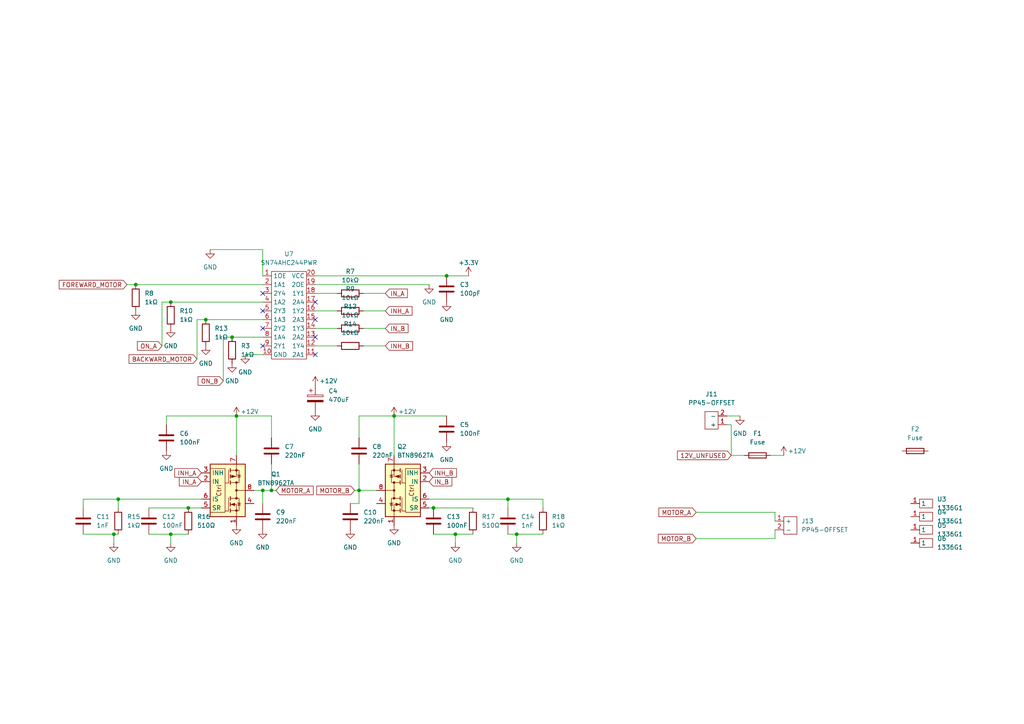
<source format=kicad_sch>
(kicad_sch (version 20211123) (generator eeschema)
  (paper "A4")
  (lib_symbols
    (symbol "01-rickbassham:1336G1"
      (property "Reference" "U" (at 0 0 0))
      (property "Value" "1336G1" (at 0 0 0))
      (symbol "1336G1_0_1"
        (rectangle (start 2.54 -2.54) (end 6.35 -5.08))
      )
      (symbol "1336G1_1_1"
        (pin passive line (at 0 -3.81 0) (length 2.54) (name "1") (number "1"))
      )
    )
    (symbol "01-rickbassham:BTN8982TA"
      (property "Reference" "Q" (at 6.35 5.715 0))
      (property "Value" "BTN8982TA" (at 6.35 3.81 0))
      (symbol "BTN8982TA_0_1"
        (rectangle (start -5.08 7.62) (end 5.08 -7.62) (stroke (width 0.254)) (fill (type background)))
        (polyline (pts (xy 0.254 -5.969) (xy -0.762 -5.969)))
        (polyline (pts (xy 0.254 2.159) (xy -0.762 2.159)))
        (polyline (pts (xy 2.54 0) (xy 5.08 0)))
        (polyline (pts (xy 2.54 2.286) (xy 2.54 -2.286)))
        (polyline (pts (xy 2.54 -5.842) (xy 2.54 -7.62) (xy 2.54 -6.858)))
        (polyline (pts (xy -5.08 6.35) (xy -0.762 6.35) (xy -0.762 -6.35) (xy -5.08 -6.35)))
      )
      (symbol "BTN8982TA_1_0"
        (text "Ctrl" (at -2.54 0 900) (effects (font (size 1.27 1.27))))
      )
      (symbol "BTN8982TA_1_1"
        (polyline (pts (xy 0.762 -5.842) (xy 2.54 -5.842)))
        (polyline (pts (xy 0.762 -5.334) (xy 0.762 -6.35)) (stroke (width 0.254)))
        (polyline (pts (xy 0.762 -4.064) (xy 2.54 -4.064)))
        (polyline (pts (xy 0.762 -3.556) (xy 0.762 -4.572)) (stroke (width 0.254)))
        (polyline (pts (xy 0.762 -2.286) (xy 2.54 -2.286)))
        (polyline (pts (xy 0.762 -1.778) (xy 0.762 -2.794)) (stroke (width 0.254)))
        (polyline (pts (xy 0.762 2.286) (xy 2.54 2.286)))
        (polyline (pts (xy 0.762 2.794) (xy 0.762 1.778)) (stroke (width 0.254)))
        (polyline (pts (xy 0.762 4.064) (xy 2.54 4.064)))
        (polyline (pts (xy 0.762 4.572) (xy 0.762 3.556)) (stroke (width 0.254)))
        (polyline (pts (xy 0.762 5.842) (xy 2.54 5.842)))
        (polyline (pts (xy 0.762 6.35) (xy 0.762 5.334)) (stroke (width 0.254)))
        (polyline (pts (xy 2.54 -5.842) (xy 2.54 -4.064)))
        (polyline (pts (xy 2.54 4.064) (xy 2.54 5.842)))
        (polyline (pts (xy 2.54 7.62) (xy 2.54 5.842)))
        (polyline (pts (xy 0.254 -2.159) (xy 0.254 -5.969) (xy 0.254 -5.969)))
        (polyline (pts (xy 0.254 5.969) (xy 0.254 2.159) (xy 0.254 2.159)))
        (polyline (pts (xy 1.016 -4.064) (xy 2.032 -3.683) (xy 2.032 -4.445) (xy 1.016 -4.064)) (fill (type outline)))
        (polyline (pts (xy 2.159 4.064) (xy 1.143 3.683) (xy 1.143 4.445) (xy 2.159 4.064)) (fill (type outline)))
        (polyline (pts (xy 2.54 -5.842) (xy 3.302 -5.842) (xy 3.302 -2.286) (xy 2.54 -2.286)))
        (polyline (pts (xy 2.54 2.286) (xy 3.302 2.286) (xy 3.302 5.842) (xy 2.54 5.842)))
        (polyline (pts (xy 2.794 -3.556) (xy 2.921 -3.683) (xy 3.683 -3.683) (xy 3.81 -3.81)))
        (polyline (pts (xy 2.794 4.572) (xy 2.921 4.445) (xy 3.683 4.445) (xy 3.81 4.318)))
        (polyline (pts (xy 3.302 -3.683) (xy 2.921 -4.318) (xy 3.683 -4.318) (xy 3.302 -3.683)))
        (polyline (pts (xy 3.302 4.445) (xy 2.921 3.81) (xy 3.683 3.81) (xy 3.302 4.445)))
        (circle (center 2.54 -5.842) (radius 0.2794) (fill (type outline)))
        (circle (center 2.54 -2.286) (radius 0.2794) (fill (type outline)))
        (circle (center 2.54 0) (radius 0.2794) (fill (type outline)))
        (circle (center 2.54 2.286) (radius 0.2794) (fill (type outline)))
        (circle (center 2.54 5.842) (radius 0.2794) (fill (type outline)))
        (pin power_in line (at 2.54 -10.16 90) (length 2.54) (name "~") (number "1"))
        (pin input line (at -7.62 2.54 0) (length 2.54) (name "IN") (number "2"))
        (pin input line (at -7.62 5.08 0) (length 2.54) (name "INH") (number "3"))
        (pin output line (at 7.62 -3.81 180) (length 2.54) (name "") (number "4"))
        (pin passive line (at 7.62 0 180) (length 2.54) hide (name "~") (number "4"))
        (pin input line (at -7.62 -5.08 0) (length 2.54) (name "SR") (number "5"))
        (pin output line (at -7.62 -2.54 0) (length 2.54) (name "IS") (number "6"))
        (pin power_in line (at 2.54 10.16 270) (length 2.54) (name "~") (number "7"))
        (pin passive line (at 7.62 0 180) (length 2.54) (name "~") (number "8"))
      )
    )
    (symbol "01-rickbassham:PP45-OFFSET"
      (property "Reference" "J" (at 0 0 0))
      (property "Value" "PP45-OFFSET" (at 0 2.54 0))
      (symbol "PP45-OFFSET_0_1"
        (rectangle (start 0 -2.54) (end 3.81 -7.62))
      )
      (symbol "PP45-OFFSET_1_1"
        (pin power_in line (at -2.54 -3.81 0) (length 2.54) (name "+") (number "1"))
        (pin power_in line (at -2.54 -6.35 0) (length 2.54) (name "-") (number "2"))
      )
    )
    (symbol "01-rickbassham:SN74AHC244PWR"
      (property "Reference" "U" (at 0 0 0))
      (property "Value" "SN74AHC244PWR" (at 0 2.54 0))
      (symbol "SN74AHC244PWR_0_1"
        (rectangle (start -5.08 -2.54) (end 5.08 -27.94))
      )
      (symbol "SN74AHC244PWR_1_1"
        (pin input line (at -7.62 -3.81 0) (length 2.54) (name "1OE") (number "1"))
        (pin passive line (at -7.62 -26.67 0) (length 2.54) (name "GND") (number "10"))
        (pin input line (at 7.62 -26.67 180) (length 2.54) (name "2A1") (number "11"))
        (pin output line (at 7.62 -24.13 180) (length 2.54) (name "1Y4") (number "12"))
        (pin input line (at 7.62 -21.59 180) (length 2.54) (name "2A2") (number "13"))
        (pin output line (at 7.62 -19.05 180) (length 2.54) (name "1Y3") (number "14"))
        (pin input line (at 7.62 -16.51 180) (length 2.54) (name "2A3") (number "15"))
        (pin output line (at 7.62 -13.97 180) (length 2.54) (name "1Y2") (number "16"))
        (pin input line (at 7.62 -11.43 180) (length 2.54) (name "2A4") (number "17"))
        (pin output line (at 7.62 -8.89 180) (length 2.54) (name "1Y1") (number "18"))
        (pin input line (at 7.62 -6.35 180) (length 2.54) (name "2OE") (number "19"))
        (pin input line (at -7.62 -6.35 0) (length 2.54) (name "1A1") (number "2"))
        (pin passive line (at 7.62 -3.81 180) (length 2.54) (name "VCC") (number "20"))
        (pin output line (at -7.62 -8.89 0) (length 2.54) (name "2Y4") (number "3"))
        (pin input line (at -7.62 -11.43 0) (length 2.54) (name "1A2") (number "4"))
        (pin output line (at -7.62 -13.97 0) (length 2.54) (name "2Y3") (number "5"))
        (pin input line (at -7.62 -16.51 0) (length 2.54) (name "1A3") (number "6"))
        (pin output line (at -7.62 -19.05 0) (length 2.54) (name "2Y2") (number "7"))
        (pin input line (at -7.62 -21.59 0) (length 2.54) (name "1A4") (number "8"))
        (pin output line (at -7.62 -24.13 0) (length 2.54) (name "2Y1") (number "9"))
      )
    )
    (symbol "Device:C" (pin_numbers hide) (pin_names (offset 0.254))
      (property "Reference" "C" (at 0.635 2.54 0))
      (property "Value" "C" (at 0.635 -2.54 0))
      (symbol "C_0_1"
        (polyline (pts (xy -2.032 -0.762) (xy 2.032 -0.762)) (stroke (width 0.508)))
        (polyline (pts (xy -2.032 0.762) (xy 2.032 0.762)) (stroke (width 0.508)))
      )
      (symbol "C_1_1"
        (pin passive line (at 0 3.81 270) (length 2.794) (name "~") (number "1"))
        (pin passive line (at 0 -3.81 90) (length 2.794) (name "~") (number "2"))
      )
    )
    (symbol "Device:C_Polarized" (pin_numbers hide) (pin_names (offset 0.254))
      (property "Reference" "C" (at 0.635 2.54 0))
      (property "Value" "C_Polarized" (at 0.635 -2.54 0))
      (symbol "C_Polarized_0_1"
        (rectangle (start -2.286 0.508) (end 2.286 1.016))
        (polyline (pts (xy -1.778 2.286) (xy -0.762 2.286)))
        (polyline (pts (xy -1.27 2.794) (xy -1.27 1.778)))
        (rectangle (start 2.286 -0.508) (end -2.286 -1.016) (fill (type outline)))
      )
      (symbol "C_Polarized_1_1"
        (pin passive line (at 0 3.81 270) (length 2.794) (name "~") (number "1"))
        (pin passive line (at 0 -3.81 90) (length 2.794) (name "~") (number "2"))
      )
    )
    (symbol "Device:Fuse" (pin_numbers hide) (pin_names (offset 0))
      (property "Reference" "F" (at 2.032 0 90))
      (property "Value" "Fuse" (at -1.905 0 90))
      (symbol "Fuse_0_1"
        (rectangle (start -0.762 -2.54) (end 0.762 2.54) (stroke (width 0.254)))
        (polyline (pts (xy 0 2.54) (xy 0 -2.54)))
      )
      (symbol "Fuse_1_1"
        (pin passive line (at 0 3.81 270) (length 1.27) (name "~") (number "1"))
        (pin passive line (at 0 -3.81 90) (length 1.27) (name "~") (number "2"))
      )
    )
    (symbol "Device:R" (pin_numbers hide) (pin_names (offset 0))
      (property "Reference" "R" (at 2.032 0 90))
      (property "Value" "R" (at 0 0 90))
      (symbol "R_0_1"
        (rectangle (start -1.016 -2.54) (end 1.016 2.54) (stroke (width 0.254)))
      )
      (symbol "R_1_1"
        (pin passive line (at 0 3.81 270) (length 1.27) (name "~") (number "1"))
        (pin passive line (at 0 -3.81 90) (length 1.27) (name "~") (number "2"))
      )
    )
    (symbol "power:+12V" (power) (pin_names (offset 0))
      (property "Value" "+12V" (at 0 3.556 0))
      (symbol "+12V_0_1"
        (polyline (pts (xy -0.762 1.27) (xy 0 2.54)))
        (polyline (pts (xy 0 0) (xy 0 2.54)))
        (polyline (pts (xy 0 2.54) (xy 0.762 1.27)))
      )
      (symbol "+12V_1_1"
        (pin power_in line (at 0 0 90) (length 0) hide (name "+12V") (number "1"))
      )
    )
    (symbol "power:+3.3V" (power) (pin_names (offset 0))
      (property "Value" "+3.3V" (at 0 3.556 0))
      (symbol "+3.3V_0_1"
        (polyline (pts (xy -0.762 1.27) (xy 0 2.54)))
        (polyline (pts (xy 0 0) (xy 0 2.54)))
        (polyline (pts (xy 0 2.54) (xy 0.762 1.27)))
      )
      (symbol "+3.3V_1_1"
        (pin power_in line (at 0 0 90) (length 0) hide (name "+3.3V") (number "1"))
      )
    )
    (symbol "power:GND" (power) (pin_names (offset 0))
      (property "Value" "GND" (at 0 -3.81 0))
      (symbol "GND_0_1"
        (polyline (pts (xy 0 0) (xy 0 -1.27) (xy 1.27 -1.27) (xy 0 -2.54) (xy -1.27 -1.27) (xy 0 -1.27)))
      )
      (symbol "GND_1_1"
        (pin power_in line (at 0 0 270) (length 0) hide (name "GND") (number "1"))
      )
    )
  )
  (junction (at 132.08 154.94))
  (junction (at 104.14 142.24))
  (junction (at 39.37 82.55))
  (junction (at 125.73 147.32))
  (junction (at 114.3 120.65))
  (junction (at 78.74 142.24))
  (junction (at 67.31 97.79))
  (junction (at 129.54 80.01))
  (junction (at 49.53 87.63))
  (junction (at 149.86 154.94))
  (junction (at 59.69 92.71))
  (junction (at 34.29 144.78))
  (junction (at 76.2 142.24))
  (junction (at 68.58 120.65))
  (junction (at 147.32 144.78))
  (junction (at 33.02 154.94))
  (junction (at 49.53 154.94))
  (junction (at 54.61 147.32))
  (no_connect (at 91.44 87.63))
  (no_connect (at 91.44 97.79))
  (no_connect (at 76.2 85.09))
  (no_connect (at 76.2 95.25))
  (no_connect (at 91.44 102.87))
  (no_connect (at 91.44 92.71))
  (no_connect (at 76.2 100.33))
  (no_connect (at 76.2 90.17))
  (wire (pts (xy 104.14 146.05) (xy 104.14 142.24)))
  (wire (pts (xy 64.77 97.79) (xy 67.31 97.79)))
  (wire (pts (xy 132.08 154.94) (xy 137.16 154.94)))
  (wire (pts (xy 49.53 154.94) (xy 54.61 154.94)))
  (wire (pts (xy 125.73 154.94) (xy 132.08 154.94)))
  (wire (pts (xy 91.44 80.01) (xy 129.54 80.01)))
  (wire (pts (xy 91.44 100.33) (xy 97.79 100.33)))
  (wire (pts (xy 54.61 147.32) (xy 58.42 147.32)))
  (wire (pts (xy 105.41 95.25) (xy 111.76 95.25)))
  (wire (pts (xy 215.9 132.08) (xy 212.09 132.08)))
  (wire (pts (xy 48.26 120.65) (xy 48.26 123.19)))
  (wire (pts (xy 147.32 144.78) (xy 157.48 144.78)))
  (wire (pts (xy 24.13 144.78) (xy 34.29 144.78)))
  (wire (pts (xy 46.99 100.33) (xy 46.99 87.63)))
  (wire (pts (xy 67.31 97.79) (xy 76.2 97.79)))
  (wire (pts (xy 24.13 144.78) (xy 24.13 147.32)))
  (wire (pts (xy 201.93 148.59) (xy 224.79 148.59)))
  (wire (pts (xy 91.44 95.25) (xy 97.79 95.25)))
  (wire (pts (xy 64.77 110.49) (xy 64.77 97.79)))
  (wire (pts (xy 114.3 120.65) (xy 129.54 120.65)))
  (wire (pts (xy 201.93 156.21) (xy 224.79 156.21)))
  (wire (pts (xy 33.02 154.94) (xy 34.29 154.94)))
  (wire (pts (xy 149.86 154.94) (xy 149.86 157.48)))
  (wire (pts (xy 49.53 87.63) (xy 76.2 87.63)))
  (wire (pts (xy 104.14 134.62) (xy 104.14 142.24)))
  (wire (pts (xy 58.42 144.78) (xy 34.29 144.78)))
  (wire (pts (xy 91.44 90.17) (xy 97.79 90.17)))
  (wire (pts (xy 224.79 148.59) (xy 224.79 151.13)))
  (wire (pts (xy 147.32 154.94) (xy 149.86 154.94)))
  (wire (pts (xy 223.52 132.08) (xy 227.33 132.08)))
  (wire (pts (xy 60.96 72.39) (xy 76.2 72.39)))
  (wire (pts (xy 73.66 142.24) (xy 76.2 142.24)))
  (wire (pts (xy 57.15 104.14) (xy 57.15 92.71)))
  (wire (pts (xy 76.2 142.24) (xy 76.2 146.05)))
  (wire (pts (xy 43.18 147.32) (xy 54.61 147.32)))
  (wire (pts (xy 101.6 146.05) (xy 104.14 146.05)))
  (wire (pts (xy 104.14 142.24) (xy 109.22 142.24)))
  (wire (pts (xy 39.37 82.55) (xy 76.2 82.55)))
  (wire (pts (xy 57.15 92.71) (xy 59.69 92.71)))
  (wire (pts (xy 105.41 85.09) (xy 111.76 85.09)))
  (wire (pts (xy 105.41 100.33) (xy 111.76 100.33)))
  (wire (pts (xy 76.2 72.39) (xy 76.2 80.01)))
  (wire (pts (xy 124.46 147.32) (xy 125.73 147.32)))
  (wire (pts (xy 36.83 82.55) (xy 39.37 82.55)))
  (wire (pts (xy 210.82 120.65) (xy 214.63 120.65)))
  (wire (pts (xy 149.86 154.94) (xy 157.48 154.94)))
  (wire (pts (xy 68.58 120.65) (xy 68.58 132.08)))
  (wire (pts (xy 59.69 92.71) (xy 76.2 92.71)))
  (wire (pts (xy 91.44 82.55) (xy 124.46 82.55)))
  (wire (pts (xy 68.58 120.65) (xy 78.74 120.65)))
  (wire (pts (xy 104.14 120.65) (xy 104.14 127)))
  (wire (pts (xy 24.13 154.94) (xy 33.02 154.94)))
  (wire (pts (xy 124.46 144.78) (xy 147.32 144.78)))
  (wire (pts (xy 105.41 90.17) (xy 111.76 90.17)))
  (wire (pts (xy 102.87 142.24) (xy 104.14 142.24)))
  (wire (pts (xy 49.53 154.94) (xy 49.53 157.48)))
  (wire (pts (xy 76.2 142.24) (xy 78.74 142.24)))
  (wire (pts (xy 78.74 134.62) (xy 78.74 142.24)))
  (wire (pts (xy 157.48 144.78) (xy 157.48 147.32)))
  (wire (pts (xy 48.26 120.65) (xy 68.58 120.65)))
  (wire (pts (xy 125.73 147.32) (xy 137.16 147.32)))
  (wire (pts (xy 78.74 120.65) (xy 78.74 127)))
  (wire (pts (xy 210.82 123.19) (xy 212.09 123.19)))
  (wire (pts (xy 129.54 80.01) (xy 135.89 80.01)))
  (wire (pts (xy 114.3 120.65) (xy 114.3 132.08)))
  (wire (pts (xy 147.32 144.78) (xy 147.32 147.32)))
  (wire (pts (xy 43.18 154.94) (xy 49.53 154.94)))
  (wire (pts (xy 46.99 87.63) (xy 49.53 87.63)))
  (wire (pts (xy 224.79 156.21) (xy 224.79 153.67)))
  (wire (pts (xy 212.09 123.19) (xy 212.09 132.08)))
  (wire (pts (xy 71.12 102.87) (xy 76.2 102.87)))
  (wire (pts (xy 132.08 154.94) (xy 132.08 157.48)))
  (wire (pts (xy 78.74 142.24) (xy 80.01 142.24)))
  (wire (pts (xy 91.44 85.09) (xy 97.79 85.09)))
  (wire (pts (xy 34.29 144.78) (xy 34.29 147.32)))
  (wire (pts (xy 33.02 154.94) (xy 33.02 157.48)))
  (wire (pts (xy 104.14 120.65) (xy 114.3 120.65)))
  (global_label "IN_A" (shape input) (at 111.76 85.09 0) (property "Intersheet References" "${INTERSHEET_REFS}" (effects hide)))
  (global_label "FOREWARD_MOTOR" (shape input) (at 36.83 82.55 180) (property "Intersheet References" "${INTERSHEET_REFS}" (effects hide)))
  (global_label "ON_A" (shape input) (at 46.99 100.33 180) (property "Intersheet References" "${INTERSHEET_REFS}" (effects hide)))
  (global_label "ON_B" (shape input) (at 64.77 110.49 180) (property "Intersheet References" "${INTERSHEET_REFS}" (effects hide)))
  (global_label "MOTOR_A" (shape input) (at 201.93 148.59 180) (property "Intersheet References" "${INTERSHEET_REFS}" (effects hide)))
  (global_label "IN_B" (shape input) (at 124.46 139.7 0) (property "Intersheet References" "${INTERSHEET_REFS}" (effects hide)))
  (global_label "BACKWARD_MOTOR" (shape input) (at 57.15 104.14 180) (property "Intersheet References" "${INTERSHEET_REFS}" (effects hide)))
  (global_label "IN_B" (shape input) (at 111.76 95.25 0) (property "Intersheet References" "${INTERSHEET_REFS}" (effects hide)))
  (global_label "MOTOR_A" (shape input) (at 80.01 142.24 0) (property "Intersheet References" "${INTERSHEET_REFS}" (effects hide)))
  (global_label "12V_UNFUSED" (shape input) (at 212.09 132.08 180) (property "Intersheet References" "${INTERSHEET_REFS}" (effects hide)))
  (global_label "INH_B" (shape input) (at 124.46 137.16 0) (property "Intersheet References" "${INTERSHEET_REFS}" (effects hide)))
  (global_label "IN_A" (shape input) (at 58.42 139.7 180) (property "Intersheet References" "${INTERSHEET_REFS}" (effects hide)))
  (global_label "INH_A" (shape input) (at 58.42 137.16 180) (property "Intersheet References" "${INTERSHEET_REFS}" (effects hide)))
  (global_label "INH_A" (shape input) (at 111.76 90.17 0) (property "Intersheet References" "${INTERSHEET_REFS}" (effects hide)))
  (global_label "MOTOR_B" (shape input) (at 201.93 156.21 180) (property "Intersheet References" "${INTERSHEET_REFS}" (effects hide)))
  (global_label "MOTOR_B" (shape input) (at 102.87 142.24 180) (property "Intersheet References" "${INTERSHEET_REFS}" (effects hide)))
  (global_label "INH_B" (shape input) (at 111.76 100.33 0) (property "Intersheet References" "${INTERSHEET_REFS}" (effects hide)))
  (symbol (lib_id "Device:R") (at 101.6 100.33 270) (unit 1)
    (property "Reference" "R14" (at 101.6 93.98 90))
    (property "Value" "10kΩ" (at 101.6 96.52 90))
    (property "Footprint" "Resistor_SMD:R_0603_1608Metric" (effects hide))
    (property "jlc" "0603" (effects hide))
    (property "LCSC" "C25804" (effects hide))
  )
  (symbol (lib_id "01-rickbassham:PP45-OFFSET") (at 208.28 127 180) (unit 1) (in_bom no)
    (property "Reference" "J11" (at 206.375 114.3 0))
    (property "Value" "PP45-OFFSET" (at 206.375 116.84 0))
    (property "Footprint" "01-rickbassham:PP45-SHORT" (effects hide))
    (property "Datasheet" "https://www.andersonpower.com/content/dam/app/ecommerce/product-pdfs/DS-PP1545.pdf" (effects hide))
    (property "DigiKey Part" "2243-1336G1-ND" (effects hide))
    (property "Manufacturer Part" "1336G1" (effects hide))
    (property "PurchaseLink" "https://www.digikey.com/en/products/detail/anderson-power-products-inc/1336G1/10650490" (effects hide))
  )
  (symbol (lib_id "Device:C") (at 24.13 151.13 0) (unit 1)
    (property "Reference" "C11" (at 27.94 149.8599 0) (effects (justify left)))
    (property "Value" "1nF" (at 27.94 152.3999 0) (effects (justify left)))
    (property "Footprint" "Capacitor_SMD:C_0603_1608Metric" (effects hide))
    (property "jlc" "0603" (effects hide))
    (property "LCSC" "C1588" (effects hide))
  )
  (symbol (lib_id "01-rickbassham:1336G1") (at 264.16 142.24 0) (unit 1) (on_board no)
    (property "Reference" "U3" (at 271.78 144.7799 0) (effects (justify left)))
    (property "Value" "1336G1" (at 271.78 147.3199 0) (effects (justify left)))
    (property "Datasheet" "https://www.andersonpower.com/content/dam/app/ecommerce/product-pdfs/DS-PP1545.pdf" (effects hide))
    (property "DigiKey Part" "2243-1336G1-ND" (effects hide))
    (property "Manufacturer Part" "1336G1" (effects hide))
    (property "PurchaseLink" "https://www.digikey.com/en/products/detail/anderson-power-products-inc/1336G1/10650490" (effects hide))
  )
  (symbol (lib_id "01-rickbassham:BTN8982TA") (at 116.84 142.24 0) (mirror y) (unit 1)
    (property "Reference" "Q2" (at 115.1889 129.54 0) (effects (justify right)))
    (property "Value" "BTN8962TA" (at 115.1889 132.08 0) (effects (justify right)))
    (property "Footprint" "Package_TO_SOT_SMD:TO-263-7_TabPin8" (effects hide))
    (property "Datasheet" "https://www.infineon.com/dgdl/Infineon-BTN8982TA-DS-v01_00-EN.pdf?fileId=db3a30433fa9412f013fbe32289b7c17" (effects hide))
    (property "jlc" "TO-263-7" (effects hide))
    (property "lcsc" "C112630" (effects hide))
  )
  (symbol (lib_id "Device:Fuse") (at 219.71 132.08 90) (unit 1)
    (property "Reference" "F1" (at 219.71 125.73 90))
    (property "Value" "Fuse" (at 219.71 128.27 90))
    (property "Footprint" "01-rickbassham:Keystone 3522-2 Fuse Holder" (effects hide))
    (property "Datasheet" "https://www.keyelco.com/userAssets/file/M65p41.pdf" (effects hide))
    (property "DigiKey Part" "36-3522-2-ND" (effects hide))
    (property "Manufacturer Part" "3522-2" (effects hide))
    (property "PurchaseLink" "https://www.digikey.com/en/products/detail/keystone-electronics/3522-2/151571" (effects hide))
  )
  (symbol (lib_id "Device:C") (at 129.54 83.82 0) (unit 1)
    (property "Reference" "C3" (at 133.35 82.5499 0) (effects (justify left)))
    (property "Value" "100pF" (at 133.35 85.0899 0) (effects (justify left)))
    (property "Footprint" "Capacitor_SMD:C_0603_1608Metric" (effects hide))
    (property "jlc" "0603" (effects hide))
    (property "lcsc" "CC0603KRX7R9BB101" (effects hide))
    (property "LCSC" "C14858" (effects hide))
  )
  (symbol (lib_id "01-rickbassham:PP45-OFFSET") (at 227.33 147.32 0) (unit 1) (in_bom no)
    (property "Reference" "J13" (at 232.41 151.1299 0) (effects (justify left)))
    (property "Value" "PP45-OFFSET" (at 232.41 153.6699 0) (effects (justify left)))
    (property "Footprint" "01-rickbassham:PP45-SHORT" (effects hide))
    (property "Datasheet" "https://www.andersonpower.com/content/dam/app/ecommerce/product-pdfs/DS-PP1545.pdf" (effects hide))
    (property "DigiKey Part" "2243-1336G1-ND" (effects hide))
    (property "Manufacturer Part" "1336G1" (effects hide))
    (property "PurchaseLink" "https://www.digikey.com/en/products/detail/anderson-power-products-inc/1336G1/10650490" (effects hide))
  )
  (symbol (lib_id "Device:R") (at 59.69 96.52 180) (unit 1)
    (property "Reference" "R13" (at 62.23 95.2499 0) (effects (justify right)))
    (property "Value" "1kΩ" (at 62.23 97.7899 0) (effects (justify right)))
    (property "Footprint" "Resistor_SMD:R_0603_1608Metric" (effects hide))
    (property "jlc" "0603" (effects hide))
    (property "lcsc" "C217840" (effects hide))
    (property "LCSC" "C21190" (effects hide))
  )
  (symbol (lib_id "power:GND") (at 59.69 100.33 0) (unit 1)
    (property "Reference" "#PWR0109" (effects hide))
    (property "Value" "GND" (at 59.69 105.41 0))
  )
  (symbol (lib_id "Device:R") (at 157.48 151.13 0) (unit 1)
    (property "Reference" "R18" (at 160.02 149.8599 0) (effects (justify left)))
    (property "Value" "1kΩ" (at 160.02 152.3999 0) (effects (justify left)))
    (property "Footprint" "Resistor_SMD:R_0603_1608Metric" (effects hide))
    (property "jlc" "0603" (effects hide))
    (property "lcsc" "C217840" (effects hide))
    (property "LCSC" "C21190" (effects hide))
  )
  (symbol (lib_id "Device:R") (at 67.31 101.6 180) (unit 1)
    (property "Reference" "R3" (at 69.85 100.3299 0) (effects (justify right)))
    (property "Value" "1kΩ" (at 69.85 102.8699 0) (effects (justify right)))
    (property "Footprint" "Resistor_SMD:R_0603_1608Metric" (effects hide))
    (property "jlc" "0603" (effects hide))
    (property "lcsc" "C217840" (effects hide))
    (property "LCSC" "C21190" (effects hide))
  )
  (symbol (lib_id "power:GND") (at 49.53 157.48 0) (unit 1)
    (property "Reference" "#PWR0133" (effects hide))
    (property "Value" "GND" (at 49.53 162.56 0))
  )
  (symbol (lib_id "power:GND") (at 214.63 120.65 0) (unit 1)
    (property "Reference" "#PWR06" (effects hide))
    (property "Value" "GND" (at 214.63 125.73 0))
  )
  (symbol (lib_id "power:GND") (at 129.54 87.63 0) (unit 1)
    (property "Reference" "#PWR0140" (effects hide))
    (property "Value" "GND" (at 129.54 92.71 0))
  )
  (symbol (lib_id "Device:R") (at 101.6 90.17 270) (unit 1)
    (property "Reference" "R9" (at 101.6 83.82 90))
    (property "Value" "10kΩ" (at 101.6 86.36 90))
    (property "Footprint" "Resistor_SMD:R_0603_1608Metric" (effects hide))
    (property "jlc" "0603" (effects hide))
    (property "LCSC" "C25804" (effects hide))
  )
  (symbol (lib_id "power:GND") (at 91.44 119.38 0) (unit 1)
    (property "Reference" "#PWR0101" (effects hide))
    (property "Value" "GND" (at 91.44 124.46 0))
  )
  (symbol (lib_id "power:GND") (at 101.6 153.67 0) (unit 1)
    (property "Reference" "#PWR0136" (effects hide))
    (property "Value" "GND" (at 101.6 158.75 0))
  )
  (symbol (lib_id "01-rickbassham:1336G1") (at 264.16 146.05 0) (unit 1) (on_board no)
    (property "Reference" "U4" (at 271.78 148.5899 0) (effects (justify left)))
    (property "Value" "1336G1" (at 271.78 151.1299 0) (effects (justify left)))
    (property "Datasheet" "https://www.andersonpower.com/content/dam/app/ecommerce/product-pdfs/DS-PP1545.pdf" (effects hide))
    (property "DigiKey Part" "2243-1336G1-ND" (effects hide))
    (property "Manufacturer Part" "1336G1" (effects hide))
    (property "PurchaseLink" "https://www.digikey.com/en/products/detail/anderson-power-products-inc/1336G1/10650490" (effects hide))
  )
  (symbol (lib_id "power:GND") (at 129.54 128.27 0) (unit 1)
    (property "Reference" "#PWR0125" (effects hide))
    (property "Value" "GND" (at 129.54 133.35 0))
  )
  (symbol (lib_id "Device:C") (at 43.18 151.13 0) (unit 1)
    (property "Reference" "C12" (at 46.99 149.8599 0) (effects (justify left)))
    (property "Value" "100nF" (at 46.99 152.3999 0) (effects (justify left)))
    (property "Footprint" "Capacitor_SMD:C_0603_1608Metric" (effects hide))
    (property "jlc" "0603" (effects hide))
    (property "LCSC" "C14663" (effects hide))
  )
  (symbol (lib_id "power:+12V") (at 68.58 120.65 0) (unit 1)
    (property "Reference" "#PWR0135" (effects hide))
    (property "Value" "+12V" (at 72.39 119.38 0))
  )
  (symbol (lib_id "power:+12V") (at 227.33 132.08 0) (unit 1)
    (property "Reference" "#PWR08" (effects hide))
    (property "Value" "+12V" (at 231.14 130.81 0))
  )
  (symbol (lib_id "Device:C") (at 104.14 130.81 0) (unit 1)
    (property "Reference" "C8" (at 107.95 129.5399 0) (effects (justify left)))
    (property "Value" "220nF" (at 107.95 132.0799 0) (effects (justify left)))
    (property "Footprint" "Capacitor_SMD:C_0603_1608Metric" (effects hide))
    (property "jlc" "0603" (effects hide))
    (property "LCSC" "C21120" (effects hide))
  )
  (symbol (lib_id "Device:C_Polarized") (at 91.44 115.57 0) (unit 1)
    (property "Reference" "C4" (at 95.25 113.4109 0) (effects (justify left)))
    (property "Value" "470uF" (at 95.25 115.9509 0) (effects (justify left)))
    (property "Footprint" "Capacitor_SMD:CP_Elec_6.3x7.7" (effects hide))
    (property "DigiKey Part" "732-8831-1-ND" (effects hide))
    (property "Manufacturer Part" "860020474014" (effects hide))
    (property "PurchaseLink" "https://www.digikey.com/en/products/detail/w%C3%BCrth-elektronik/860020474014/5727068" (effects hide))
    (property "LCSC" "C114446" (effects hide))
  )
  (symbol (lib_id "Device:C") (at 129.54 124.46 0) (unit 1)
    (property "Reference" "C5" (at 133.35 123.1899 0) (effects (justify left)))
    (property "Value" "100nF" (at 133.35 125.7299 0) (effects (justify left)))
    (property "Footprint" "Capacitor_SMD:C_0603_1608Metric" (effects hide))
    (property "jlc" "0603" (effects hide))
    (property "LCSC" "C14663" (effects hide))
  )
  (symbol (lib_id "power:+3.3V") (at 135.89 80.01 0) (unit 1)
    (property "Reference" "#PWR0139" (effects hide))
    (property "Value" "+3.3V" (at 135.89 76.2 0))
  )
  (symbol (lib_id "power:GND") (at 39.37 90.17 0) (unit 1)
    (property "Reference" "#PWR0120" (effects hide))
    (property "Value" "GND" (at 39.37 95.25 0))
  )
  (symbol (lib_id "01-rickbassham:SN74AHC244PWR") (at 83.82 76.2 0) (unit 1)
    (property "Reference" "U7" (at 83.82 73.66 0))
    (property "Value" "SN74AHC244PWR" (at 83.82 76.2 0))
    (property "Footprint" "Package_SO:TSSOP-20_4.4x6.5mm_P0.65mm" (effects hide))
    (property "jlc" "TSSOP20_44MM_065P" (effects hide))
    (property "lcsc" "C7475" (effects hide))
    (property "LCSC" "C7475" (effects hide))
  )
  (symbol (lib_id "power:GND") (at 60.96 72.39 0) (unit 1)
    (property "Reference" "#PWR0119" (effects hide))
    (property "Value" "GND" (at 60.96 77.47 0))
  )
  (symbol (lib_id "01-rickbassham:BTN8982TA") (at 66.04 142.24 0) (unit 1)
    (property "Reference" "Q1" (at 80.01 137.541 0))
    (property "Value" "BTN8962TA" (at 80.01 140.081 0))
    (property "Footprint" "Package_TO_SOT_SMD:TO-263-7_TabPin8" (effects hide))
    (property "Datasheet" "https://www.infineon.com/dgdl/Infineon-BTN8982TA-DS-v01_00-EN.pdf?fileId=db3a30433fa9412f013fbe32289b7c17" (effects hide))
    (property "jlc" "TO-263-7" (effects hide))
    (property "lcsc" "C112630" (effects hide))
  )
  (symbol (lib_id "Device:Fuse") (at 265.43 130.81 90) (unit 1) (on_board no)
    (property "Reference" "F2" (at 265.43 124.46 90))
    (property "Value" "Fuse" (at 265.43 127 90))
    (property "Datasheet" "https://www.littelfuse.com/~/media/automotive/datasheets/fuses/passenger-car-and-commercial-vehicle/blade-fuses/littelfuse_atof_datasheet.pdf" (effects hide))
    (property "DigiKey Part" "F4202-ND" (effects hide))
    (property "Manufacturer Part" "0287030.PXCN" (effects hide))
    (property "PurchaseLink" "https://www.digikey.com/en/products/detail/littelfuse-inc/0287030-PXCN/2519828" (effects hide))
  )
  (symbol (lib_id "Device:C") (at 48.26 127 0) (unit 1)
    (property "Reference" "C6" (at 52.07 125.7299 0) (effects (justify left)))
    (property "Value" "100nF" (at 52.07 128.2699 0) (effects (justify left)))
    (property "Footprint" "Capacitor_SMD:C_0603_1608Metric" (effects hide))
    (property "jlc" "0603" (effects hide))
    (property "LCSC" "C14663" (effects hide))
  )
  (symbol (lib_id "power:+12V") (at 91.44 111.76 0) (unit 1)
    (property "Reference" "#PWR0103" (effects hide))
    (property "Value" "+12V" (at 95.25 110.49 0))
  )
  (symbol (lib_id "power:GND") (at 68.58 152.4 0) (unit 1)
    (property "Reference" "#PWR0131" (effects hide))
    (property "Value" "GND" (at 68.58 157.48 0))
  )
  (symbol (lib_id "Device:R") (at 34.29 151.13 0) (unit 1)
    (property "Reference" "R15" (at 36.83 149.8599 0) (effects (justify left)))
    (property "Value" "1kΩ" (at 36.83 152.3999 0) (effects (justify left)))
    (property "Footprint" "Resistor_SMD:R_0603_1608Metric" (effects hide))
    (property "jlc" "0603" (effects hide))
    (property "lcsc" "C217840" (effects hide))
    (property "LCSC" "C21190" (effects hide))
  )
  (symbol (lib_id "01-rickbassham:1336G1") (at 264.16 153.67 0) (unit 1) (on_board no)
    (property "Reference" "U6" (at 271.78 156.2099 0) (effects (justify left)))
    (property "Value" "1336G1" (at 271.78 158.7499 0) (effects (justify left)))
    (property "Datasheet" "https://www.andersonpower.com/content/dam/app/ecommerce/product-pdfs/DS-PP1545.pdf" (effects hide))
    (property "DigiKey Part" "2243-1336G1-ND" (effects hide))
    (property "Manufacturer Part" "1336G1" (effects hide))
    (property "PurchaseLink" "https://www.digikey.com/en/products/detail/anderson-power-products-inc/1336G1/10650490" (effects hide))
  )
  (symbol (lib_id "power:+12V") (at 114.3 120.65 0) (unit 1)
    (property "Reference" "#PWR0121" (effects hide))
    (property "Value" "+12V" (at 118.11 119.38 0))
  )
  (symbol (lib_id "Device:C") (at 101.6 149.86 0) (unit 1)
    (property "Reference" "C10" (at 105.41 148.5899 0) (effects (justify left)))
    (property "Value" "220nF" (at 105.41 151.1299 0) (effects (justify left)))
    (property "Footprint" "Capacitor_SMD:C_0603_1608Metric" (effects hide))
    (property "jlc" "0603" (effects hide))
    (property "LCSC" "C21120" (effects hide))
  )
  (symbol (lib_id "power:GND") (at 48.26 130.81 0) (unit 1)
    (property "Reference" "#PWR0132" (effects hide))
    (property "Value" "GND" (at 48.26 135.89 0))
  )
  (symbol (lib_id "power:GND") (at 76.2 153.67 0) (unit 1)
    (property "Reference" "#PWR0137" (effects hide))
    (property "Value" "GND" (at 76.2 158.75 0))
  )
  (symbol (lib_id "power:GND") (at 124.46 82.55 0) (unit 1)
    (property "Reference" "#PWR0138" (effects hide))
    (property "Value" "GND" (at 124.46 87.63 0))
  )
  (symbol (lib_id "Device:R") (at 54.61 151.13 0) (unit 1)
    (property "Reference" "R16" (at 57.15 149.8599 0) (effects (justify left)))
    (property "Value" "510Ω" (at 57.15 152.3999 0) (effects (justify left)))
    (property "Footprint" "Resistor_SMD:R_0603_1608Metric" (effects hide))
    (property "jlc" "0603" (effects hide))
    (property "LCSC" "C23193" (effects hide))
  )
  (symbol (lib_id "Device:R") (at 101.6 95.25 270) (unit 1)
    (property "Reference" "R12" (at 101.6 88.9 90))
    (property "Value" "10kΩ" (at 101.6 91.44 90))
    (property "Footprint" "Resistor_SMD:R_0603_1608Metric" (effects hide))
    (property "jlc" "0603" (effects hide))
    (property "LCSC" "C25804" (effects hide))
  )
  (symbol (lib_id "Device:C") (at 147.32 151.13 0) (unit 1)
    (property "Reference" "C14" (at 151.13 149.8599 0) (effects (justify left)))
    (property "Value" "1nF" (at 151.13 152.3999 0) (effects (justify left)))
    (property "Footprint" "Capacitor_SMD:C_0603_1608Metric" (effects hide))
    (property "jlc" "0603" (effects hide))
    (property "LCSC" "C1588" (effects hide))
  )
  (symbol (lib_id "Device:C") (at 76.2 149.86 0) (unit 1)
    (property "Reference" "C9" (at 80.01 148.5899 0) (effects (justify left)))
    (property "Value" "220nF" (at 80.01 151.1299 0) (effects (justify left)))
    (property "Footprint" "Capacitor_SMD:C_0603_1608Metric" (effects hide))
    (property "jlc" "0603" (effects hide))
    (property "LCSC" "C21120" (effects hide))
  )
  (symbol (lib_id "power:GND") (at 149.86 157.48 0) (unit 1)
    (property "Reference" "#PWR0130" (effects hide))
    (property "Value" "GND" (at 149.86 162.56 0))
  )
  (symbol (lib_id "Device:C") (at 78.74 130.81 0) (unit 1)
    (property "Reference" "C7" (at 82.55 129.5399 0) (effects (justify left)))
    (property "Value" "220nF" (at 82.55 132.0799 0) (effects (justify left)))
    (property "Footprint" "Capacitor_SMD:C_0603_1608Metric" (effects hide))
    (property "jlc" "0603" (effects hide))
    (property "LCSC" "C21120" (effects hide))
  )
  (symbol (lib_id "Device:C") (at 125.73 151.13 0) (unit 1)
    (property "Reference" "C13" (at 129.54 149.8599 0) (effects (justify left)))
    (property "Value" "100nF" (at 129.54 152.3999 0) (effects (justify left)))
    (property "Footprint" "Capacitor_SMD:C_0603_1608Metric" (effects hide))
    (property "jlc" "0603" (effects hide))
    (property "LCSC" "C14663" (effects hide))
  )
  (symbol (lib_id "power:GND") (at 132.08 157.48 0) (unit 1)
    (property "Reference" "#PWR0123" (effects hide))
    (property "Value" "GND" (at 132.08 162.56 0))
  )
  (symbol (lib_id "Device:R") (at 101.6 85.09 270) (unit 1)
    (property "Reference" "R7" (at 101.6 78.74 90))
    (property "Value" "10kΩ" (at 101.6 81.28 90))
    (property "Footprint" "Resistor_SMD:R_0603_1608Metric" (effects hide))
    (property "jlc" "0603" (effects hide))
    (property "LCSC" "C25804" (effects hide))
  )
  (symbol (lib_id "power:GND") (at 67.31 105.41 0) (unit 1)
    (property "Reference" "#PWR0142" (effects hide))
    (property "Value" "GND" (at 67.31 110.49 0))
  )
  (symbol (lib_id "power:GND") (at 71.12 102.87 0) (unit 1)
    (property "Reference" "#PWR0118" (effects hide))
    (property "Value" "GND" (at 71.12 107.95 0))
  )
  (symbol (lib_id "power:GND") (at 49.53 95.25 0) (unit 1)
    (property "Reference" "#PWR0107" (effects hide))
    (property "Value" "GND" (at 49.53 100.33 0))
  )
  (symbol (lib_id "power:GND") (at 114.3 152.4 0) (unit 1)
    (property "Reference" "#PWR0127" (effects hide))
    (property "Value" "GND" (at 114.3 157.48 0))
  )
  (symbol (lib_id "01-rickbassham:1336G1") (at 264.16 149.86 0) (unit 1) (on_board no)
    (property "Reference" "U5" (at 271.78 152.3999 0) (effects (justify left)))
    (property "Value" "1336G1" (at 271.78 154.9399 0) (effects (justify left)))
    (property "Datasheet" "https://www.andersonpower.com/content/dam/app/ecommerce/product-pdfs/DS-PP1545.pdf" (effects hide))
    (property "DigiKey Part" "2243-1336G1-ND" (effects hide))
    (property "Manufacturer Part" "1336G1" (effects hide))
    (property "PurchaseLink" "https://www.digikey.com/en/products/detail/anderson-power-products-inc/1336G1/10650490" (effects hide))
  )
  (symbol (lib_id "power:GND") (at 33.02 157.48 0) (unit 1)
    (property "Reference" "#PWR0134" (effects hide))
    (property "Value" "GND" (at 33.02 162.56 0))
  )
  (symbol (lib_id "Device:R") (at 39.37 86.36 180) (unit 1)
    (property "Reference" "R8" (at 41.91 85.0899 0) (effects (justify right)))
    (property "Value" "1kΩ" (at 41.91 87.6299 0) (effects (justify right)))
    (property "Footprint" "Resistor_SMD:R_0603_1608Metric" (effects hide))
    (property "jlc" "0603" (effects hide))
    (property "lcsc" "C217840" (effects hide))
    (property "LCSC" "C21190" (effects hide))
  )
  (symbol (lib_id "Device:R") (at 49.53 91.44 180) (unit 1)
    (property "Reference" "R10" (at 52.07 90.1699 0) (effects (justify right)))
    (property "Value" "1kΩ" (at 52.07 92.7099 0) (effects (justify right)))
    (property "Footprint" "Resistor_SMD:R_0603_1608Metric" (effects hide))
    (property "jlc" "0603" (effects hide))
    (property "lcsc" "C217840" (effects hide))
    (property "LCSC" "C21190" (effects hide))
  )
  (symbol (lib_id "Device:R") (at 137.16 151.13 0) (unit 1)
    (property "Reference" "R17" (at 139.7 149.8599 0) (effects (justify left)))
    (property "Value" "510Ω" (at 139.7 152.3999 0) (effects (justify left)))
    (property "Footprint" "Resistor_SMD:R_0603_1608Metric" (effects hide))
    (property "jlc" "0603" (effects hide))
    (property "LCSC" "C23193" (effects hide))
  )
)
</source>
